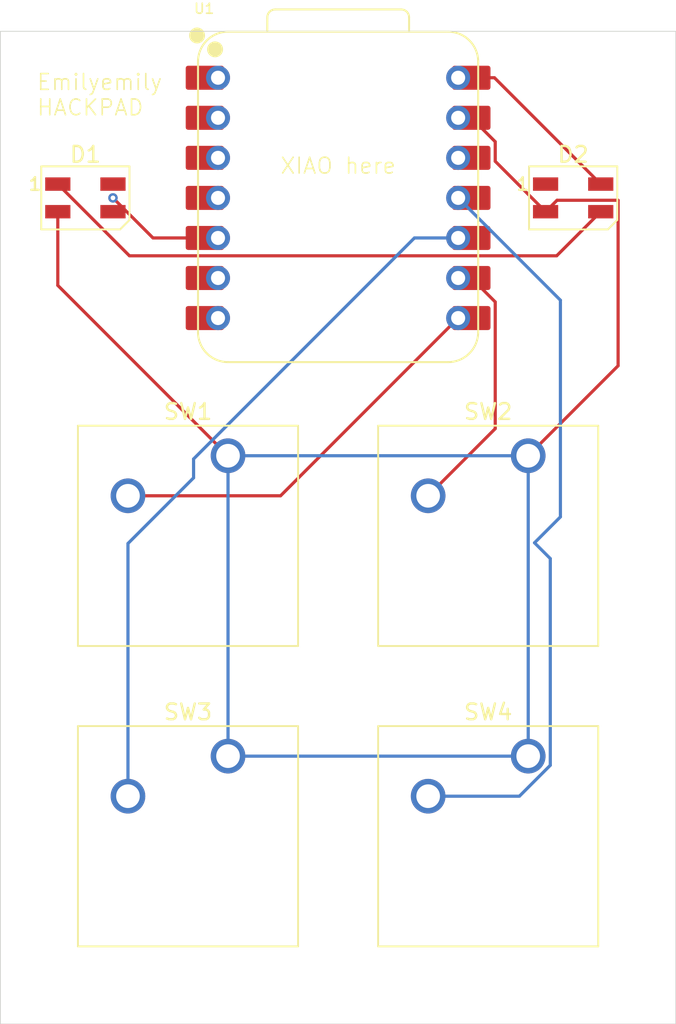
<source format=kicad_pcb>
(kicad_pcb (version 20241229) (generator "pcbnew") (generator_version "9.0")
  (layers (0 "F.Cu" signal) (2 "B.Cu" signal) (13 "F.Paste" user) (15 "B.Paste" user) (5 "F.SilkS" user "F.Silkscreen") (7 "B.SilkS" user "B.Silkscreen") (1 "F.Mask" user) (3 "B.Mask" user) (25 "Edge.Cuts" user))
  (net 0 "")
  (net 2 "Net-(D1-VSS)")
  (net 3 "GND")
  (net 4 "Net-(D1-VDD)")
  (net 6 "+5V")
  (net 7 "Net-(U1-GPIO1{slash}RX)")
  (net 8 "Net-(U1-GPIO2{slash}SCK)")
  (net 9 "Net-(U1-GPIO4{slash}MISO)")
  (net 10 "Net-(U1-GPIO3{slash}MOSI)")
  (footprint "LED_SMD:LED_SK6812MINI_PLCC4_3.5x3.5mm_P1.75mm" (layer "F.Cu") (at 117.3125 40.48125)
    (property "Reference" "D2" (at 0 -2.75 0) (layer "F.SilkS"))
    (property "Value" "SK6812")
    (fp_line (start -2.8 -2) (end -2.8 2) (stroke (width 0.12)) (layer "F.SilkS"))
    (fp_line (start -2.8 -2) (end 2.8 -2) (stroke (width 0.12)) (layer "F.SilkS"))
    (fp_line (start -2.8 2) (end 2.2 2) (stroke (width 0.12)) (layer "F.SilkS"))
    (fp_line (start 2.8 1.4) (end 2.2 2) (stroke (width 0.12)) (layer "F.SilkS"))
    (fp_line (start 2.8 1.4) (end 2.8 -2) (stroke (width 0.12)) (layer "F.SilkS"))
    (fp_text user "1" (at -3.2 -0.875 0) (layer "F.SilkS") (effects (font (size 0.8 0.8))))
    (pad "1" smd rect (at -1.75 -0.875) (size 1.6 0.85) (layers "F.Cu" "F.Mask" "F.Paste"))
    (pad "2" smd rect (at -1.75 0.875) (size 1.6 0.85) (layers "F.Cu" "F.Mask" "F.Paste") (net 3 "GND"))
    (pad "3" smd rect (at 1.75 0.875) (size 1.6 0.85) (layers "F.Cu" "F.Mask" "F.Paste") (net 2 "Net-(D1-VSS)"))
    (pad "4" smd rect (at 1.75 -0.875) (size 1.6 0.85) (layers "F.Cu" "F.Mask" "F.Paste") (net 6 "+5V"))
  )
  (footprint "LED_SMD:LED_SK6812MINI_PLCC4_3.5x3.5mm_P1.75mm" (layer "F.Cu") (at 86.35625 40.48125)
    (property "Reference" "D1" (at 0 -2.75 0) (layer "F.SilkS"))
    (property "Value" "SK6812")
    (fp_line (start -2.8 -2) (end -2.8 2) (stroke (width 0.12)) (layer "F.SilkS"))
    (fp_line (start -2.8 -2) (end 2.8 -2) (stroke (width 0.12)) (layer "F.SilkS"))
    (fp_line (start -2.8 2) (end 2.2 2) (stroke (width 0.12)) (layer "F.SilkS"))
    (fp_line (start 2.8 1.4) (end 2.2 2) (stroke (width 0.12)) (layer "F.SilkS"))
    (fp_line (start 2.8 1.4) (end 2.8 -2) (stroke (width 0.12)) (layer "F.SilkS"))
    (fp_text user "1" (at -3.2 -0.875 0) (layer "F.SilkS") (effects (font (size 0.8 0.8))))
    (pad "1" smd rect (at -1.75 -0.875) (size 1.6 0.85) (layers "F.Cu" "F.Mask" "F.Paste") (net 2 "Net-(D1-VSS)"))
    (pad "2" smd rect (at -1.75 0.875) (size 1.6 0.85) (layers "F.Cu" "F.Mask" "F.Paste") (net 3 "GND"))
    (pad "3" smd rect (at 1.75 0.875) (size 1.6 0.85) (layers "F.Cu" "F.Mask" "F.Paste") (net 4 "Net-(D1-VDD)"))
    (pad "4" smd rect (at 1.75 -0.875) (size 1.6 0.85) (layers "F.Cu" "F.Mask" "F.Paste"))
  )
  (footprint "Seeed Studio XIAO Series Library:XIAO-RP2040-DIP" (layer "F.Cu") (at 102.39375 40.48125)
    (property "Reference" "U1" (at -8.5 -12 0) (layer "F.SilkS") (effects (font (size 0.635 0.635) (thickness 0.1016))))
    (property "Value" "XIAO-RP2040-DIP")
    (fp_line (start -8.89 8.509) (end -8.89 -8.636) (stroke (width 0.127)) (layer "F.SilkS"))
    (fp_line (start -6.985 10.414) (end 6.985 10.414) (stroke (width 0.127)) (layer "F.SilkS"))
    (fp_line (start -4.495 -10.541) (end -4.491272 -11.451272) (stroke (width 0.127)) (layer "F.SilkS"))
    (fp_line (start -3.991272 -11.951) (end 4.004 -11.951) (stroke (width 0.127)) (layer "F.SilkS"))
    (fp_line (start 4.504 -11.451) (end 4.504 -10.541) (stroke (width 0.127)) (layer "F.SilkS"))
    (fp_line (start 6.985 -10.541) (end -6.985 -10.541) (stroke (width 0.1)) (layer "F.SilkS"))
    (fp_line (start 6.985 -10.541) (end -6.985 -10.541) (stroke (width 0.127)) (layer "F.SilkS"))
    (fp_line (start 8.89 8.509) (end 8.89 -8.636) (stroke (width 0.127)) (layer "F.SilkS"))
    (fp_arc (start -8.89 -8.636) (mid -8.332038 -9.983038) (end -6.985 -10.541) (stroke (width 0.127)) (layer "F.SilkS"))
    (fp_arc (start -6.985 10.414) (mid -8.332038 9.856038) (end -8.89 8.509) (stroke (width 0.127)) (layer "F.SilkS"))
    (fp_arc (start -4.491272 -11.451272) (mid -4.344728 -11.80464) (end -3.991272 -11.951) (stroke (width 0.127)) (layer "F.SilkS"))
    (fp_arc (start 4.004 -11.951) (mid 4.357553 -11.804553) (end 4.504 -11.451) (stroke (width 0.127)) (layer "F.SilkS"))
    (fp_arc (start 6.985 -10.541) (mid 8.332038 -9.983038) (end 8.89 -8.636) (stroke (width 0.127)) (layer "F.SilkS"))
    (fp_arc (start 8.89 8.509) (mid 8.332038 9.856038) (end 6.985 10.414) (stroke (width 0.127)) (layer "F.SilkS"))
    (fp_circle (center -8.95 -10.3) (end -8.95 -10.554) (stroke (width 0.5)) (fill yes) (layer "F.SilkS"))
    (fp_circle (center -7.807 -9.42) (end -7.807 -9.674) (stroke (width 0.5)) (fill yes) (layer "F.SilkS"))
    (pad "1" smd roundrect (at -8.455 -7.62 180) (size 2.432 1.524) (layers "F.Cu" "F.Mask") (roundrect_rratio 0.1))
    (pad "1" thru_hole circle (at -7.62 -7.62 180) (size 1.524 1.524) (drill 0.889) (layers "*.Cu" "*.Mask"))
    (pad "2" smd roundrect (at -8.455 -5.08 180) (size 2.432 1.524) (layers "F.Cu" "F.Mask") (roundrect_rratio 0.1))
    (pad "2" thru_hole circle (at -7.62 -5.08 180) (size 1.524 1.524) (drill 0.889) (layers "*.Cu" "*.Mask"))
    (pad "3" smd roundrect (at -8.455 -2.54 180) (size 2.432 1.524) (layers "F.Cu" "F.Mask") (roundrect_rratio 0.1))
    (pad "3" thru_hole circle (at -7.62 -2.54 180) (size 1.524 1.524) (drill 0.889) (layers "*.Cu" "*.Mask"))
    (pad "4" smd roundrect (at -8.455 0 180) (size 2.432 1.524) (layers "F.Cu" "F.Mask") (roundrect_rratio 0.1))
    (pad "4" thru_hole circle (at -7.62 0 180) (size 1.524 1.524) (drill 0.889) (layers "*.Cu" "*.Mask"))
    (pad "5" smd roundrect (at -8.455 2.54 180) (size 2.432 1.524) (layers "F.Cu" "F.Mask") (roundrect_rratio 0.1) (net 4 "Net-(D1-VDD)"))
    (pad "5" thru_hole circle (at -7.62 2.54 180) (size 1.524 1.524) (drill 0.889) (layers "*.Cu" "*.Mask") (net 4 "Net-(D1-VDD)"))
    (pad "6" smd roundrect (at -8.455 5.08 180) (size 2.432 1.524) (layers "F.Cu" "F.Mask") (roundrect_rratio 0.1))
    (pad "6" thru_hole circle (at -7.62 5.08 180) (size 1.524 1.524) (drill 0.889) (layers "*.Cu" "*.Mask"))
    (pad "7" smd roundrect (at -8.455 7.62 180) (size 2.432 1.524) (layers "F.Cu" "F.Mask") (roundrect_rratio 0.1))
    (pad "7" thru_hole circle (at -7.62 7.62 180) (size 1.524 1.524) (drill 0.889) (layers "*.Cu" "*.Mask"))
    (pad "8" thru_hole circle (at 7.62 7.62) (size 1.524 1.524) (drill 0.889) (layers "*.Cu" "*.Mask") (net 7 "Net-(U1-GPIO1{slash}RX)"))
    (pad "8" smd roundrect (at 8.455 7.62) (size 2.432 1.524) (layers "F.Cu" "F.Mask") (roundrect_rratio 0.1) (net 7 "Net-(U1-GPIO1{slash}RX)"))
    (pad "9" thru_hole circle (at 7.62 5.08) (size 1.524 1.524) (drill 0.889) (layers "*.Cu" "*.Mask") (net 8 "Net-(U1-GPIO2{slash}SCK)"))
    (pad "9" smd roundrect (at 8.455 5.08) (size 2.432 1.524) (layers "F.Cu" "F.Mask") (roundrect_rratio 0.1) (net 8 "Net-(U1-GPIO2{slash}SCK)"))
    (pad "10" thru_hole circle (at 7.62 2.54) (size 1.524 1.524) (drill 0.889) (layers "*.Cu" "*.Mask") (net 9 "Net-(U1-GPIO4{slash}MISO)"))
    (pad "10" smd roundrect (at 8.455 2.54) (size 2.432 1.524) (layers "F.Cu" "F.Mask") (roundrect_rratio 0.1) (net 9 "Net-(U1-GPIO4{slash}MISO)"))
    (pad "11" thru_hole circle (at 7.62 0) (size 1.524 1.524) (drill 0.889) (layers "*.Cu" "*.Mask") (net 10 "Net-(U1-GPIO3{slash}MOSI)"))
    (pad "11" smd roundrect (at 8.455 0) (size 2.432 1.524) (layers "F.Cu" "F.Mask") (roundrect_rratio 0.1) (net 10 "Net-(U1-GPIO3{slash}MOSI)"))
    (pad "12" thru_hole circle (at 7.62 -2.54) (size 1.524 1.524) (drill 0.889) (layers "*.Cu" "*.Mask"))
    (pad "12" smd roundrect (at 8.455 -2.54) (size 2.432 1.524) (layers "F.Cu" "F.Mask") (roundrect_rratio 0.1))
    (pad "13" thru_hole circle (at 7.62 -5.08) (size 1.524 1.524) (drill 0.889) (layers "*.Cu" "*.Mask") (net 3 "GND"))
    (pad "13" smd roundrect (at 8.455 -5.08) (size 2.432 1.524) (layers "F.Cu" "F.Mask") (roundrect_rratio 0.1) (net 3 "GND"))
    (pad "14" thru_hole circle (at 7.62 -7.62) (size 1.524 1.524) (drill 0.889) (layers "*.Cu" "*.Mask") (net 6 "+5V"))
    (pad "14" smd roundrect (at 8.455 -7.62) (size 2.432 1.524) (layers "F.Cu" "F.Mask") (roundrect_rratio 0.1) (net 6 "+5V"))
  )
  (footprint "Button_Switch_Keyboard:SW_Cherry_MX_1.00u_PCB" (layer "F.Cu") (at 95.40875 56.8325)
    (property "Reference" "SW1" (at -2.54 -2.794 0) (layer "F.SilkS"))
    (property "Value" "SW_Push")
    (fp_line (start -9.525 -1.905) (end 4.445 -1.905) (stroke (width 0.12)) (layer "F.SilkS"))
    (fp_line (start -9.525 12.065) (end -9.525 -1.905) (stroke (width 0.12)) (layer "F.SilkS"))
    (fp_line (start 4.445 -1.905) (end 4.445 12.065) (stroke (width 0.12)) (layer "F.SilkS"))
    (fp_line (start 4.445 12.065) (end -9.525 12.065) (stroke (width 0.12)) (layer "F.SilkS"))
    (pad "" np_thru_hole circle (at -7.62 5.08) (size 1.7 1.7) (drill 1.7) (layers "*.Cu" "*.Mask"))
    (pad "" np_thru_hole circle (at -2.54 5.08) (size 4 4) (drill 4) (layers "*.Cu" "*.Mask"))
    (pad "" np_thru_hole circle (at 2.54 5.08) (size 1.7 1.7) (drill 1.7) (layers "*.Cu" "*.Mask"))
    (pad "1" thru_hole circle (at 0 0) (size 2.2 2.2) (drill 1.5) (layers "*.Cu" "*.Mask") (net 3 "GND"))
    (pad "2" thru_hole circle (at -6.35 2.54) (size 2.2 2.2) (drill 1.5) (layers "*.Cu" "*.Mask") (net 7 "Net-(U1-GPIO1{slash}RX)"))
  )
  (footprint "Button_Switch_Keyboard:SW_Cherry_MX_1.00u_PCB" (layer "F.Cu") (at 114.45875 56.8325)
    (property "Reference" "SW2" (at -2.54 -2.794 0) (layer "F.SilkS"))
    (property "Value" "SW_Push")
    (fp_line (start -9.525 -1.905) (end 4.445 -1.905) (stroke (width 0.12)) (layer "F.SilkS"))
    (fp_line (start -9.525 12.065) (end -9.525 -1.905) (stroke (width 0.12)) (layer "F.SilkS"))
    (fp_line (start 4.445 -1.905) (end 4.445 12.065) (stroke (width 0.12)) (layer "F.SilkS"))
    (fp_line (start 4.445 12.065) (end -9.525 12.065) (stroke (width 0.12)) (layer "F.SilkS"))
    (pad "" np_thru_hole circle (at -7.62 5.08) (size 1.7 1.7) (drill 1.7) (layers "*.Cu" "*.Mask"))
    (pad "" np_thru_hole circle (at -2.54 5.08) (size 4 4) (drill 4) (layers "*.Cu" "*.Mask"))
    (pad "" np_thru_hole circle (at 2.54 5.08) (size 1.7 1.7) (drill 1.7) (layers "*.Cu" "*.Mask"))
    (pad "1" thru_hole circle (at 0 0) (size 2.2 2.2) (drill 1.5) (layers "*.Cu" "*.Mask") (net 3 "GND"))
    (pad "2" thru_hole circle (at -6.35 2.54) (size 2.2 2.2) (drill 1.5) (layers "*.Cu" "*.Mask") (net 8 "Net-(U1-GPIO2{slash}SCK)"))
  )
  (footprint "Button_Switch_Keyboard:SW_Cherry_MX_1.00u_PCB" (layer "F.Cu") (at 95.40875 75.8825)
    (property "Reference" "SW3" (at -2.54 -2.794 0) (layer "F.SilkS"))
    (property "Value" "SW_Push")
    (fp_line (start -9.525 -1.905) (end 4.445 -1.905) (stroke (width 0.12)) (layer "F.SilkS"))
    (fp_line (start -9.525 12.065) (end -9.525 -1.905) (stroke (width 0.12)) (layer "F.SilkS"))
    (fp_line (start 4.445 -1.905) (end 4.445 12.065) (stroke (width 0.12)) (layer "F.SilkS"))
    (fp_line (start 4.445 12.065) (end -9.525 12.065) (stroke (width 0.12)) (layer "F.SilkS"))
    (pad "" np_thru_hole circle (at -7.62 5.08) (size 1.7 1.7) (drill 1.7) (layers "*.Cu" "*.Mask"))
    (pad "" np_thru_hole circle (at -2.54 5.08) (size 4 4) (drill 4) (layers "*.Cu" "*.Mask"))
    (pad "" np_thru_hole circle (at 2.54 5.08) (size 1.7 1.7) (drill 1.7) (layers "*.Cu" "*.Mask"))
    (pad "1" thru_hole circle (at 0 0) (size 2.2 2.2) (drill 1.5) (layers "*.Cu" "*.Mask") (net 3 "GND"))
    (pad "2" thru_hole circle (at -6.35 2.54) (size 2.2 2.2) (drill 1.5) (layers "*.Cu" "*.Mask") (net 9 "Net-(U1-GPIO4{slash}MISO)"))
  )
  (footprint "Button_Switch_Keyboard:SW_Cherry_MX_1.00u_PCB" (layer "F.Cu") (at 114.45875 75.8825)
    (property "Reference" "SW4" (at -2.54 -2.794 0) (layer "F.SilkS"))
    (property "Value" "SW_Push")
    (fp_line (start -9.525 -1.905) (end 4.445 -1.905) (stroke (width 0.12)) (layer "F.SilkS"))
    (fp_line (start -9.525 12.065) (end -9.525 -1.905) (stroke (width 0.12)) (layer "F.SilkS"))
    (fp_line (start 4.445 -1.905) (end 4.445 12.065) (stroke (width 0.12)) (layer "F.SilkS"))
    (fp_line (start 4.445 12.065) (end -9.525 12.065) (stroke (width 0.12)) (layer "F.SilkS"))
    (pad "" np_thru_hole circle (at -7.62 5.08) (size 1.7 1.7) (drill 1.7) (layers "*.Cu" "*.Mask"))
    (pad "" np_thru_hole circle (at -2.54 5.08) (size 4 4) (drill 4) (layers "*.Cu" "*.Mask"))
    (pad "" np_thru_hole circle (at 2.54 5.08) (size 1.7 1.7) (drill 1.7) (layers "*.Cu" "*.Mask"))
    (pad "1" thru_hole circle (at 0 0) (size 2.2 2.2) (drill 1.5) (layers "*.Cu" "*.Mask") (net 3 "GND"))
    (pad "2" thru_hole circle (at -6.35 2.54) (size 2.2 2.2) (drill 1.5) (layers "*.Cu" "*.Mask") (net 10 "Net-(U1-GPIO3{slash}MOSI)"))
  )
  (gr_rect (start 80.9625 29.917921) (end 123.825 92.86875) (stroke (width 0.05)) (fill no) (layer "Edge.Cuts"))
  (gr_text "XIAO here" (at 98.66533 39.03025 0) (layer "F.SilkS") (effects (font (size 1 1) (thickness 0.1)) (justify left bottom)))
  (gr_text "Emilyemily\nHACKPAD" (at 83.218347 35.334346 0) (layer "F.SilkS") (effects (font (size 1 1) (thickness 0.1)) (justify left bottom)))
  (segment (start 89.153874 44.153874) (end 84.60625 39.60625) (width 0.2) (layer "F.Cu") (net 2))
  (segment (start 119.0625 41.35625) (end 116.264876 44.153874) (width 0.2) (layer "F.Cu") (net 2))
  (segment (start 116.264876 44.153874) (end 89.153874 44.153874) (width 0.2) (layer "F.Cu") (net 2))
  (segment (start 112.36575 38.1595) (end 112.36575 36.91825) (width 0.2) (layer "F.Cu") (net 3))
  (segment (start 120.1635 40.63025) (end 120.1635 51.12775) (width 0.2) (layer "F.Cu") (net 3))
  (segment (start 115.5625 41.35625) (end 116.2885 40.63025) (width 0.2) (layer "F.Cu") (net 3))
  (segment (start 112.36575 36.91825) (end 110.84875 35.40125) (width 0.2) (layer "F.Cu") (net 3))
  (segment (start 84.60625 46.03) (end 95.40875 56.8325) (width 0.2) (layer "F.Cu") (net 3))
  (segment (start 115.5625 41.35625) (end 112.36575 38.1595) (width 0.2) (layer "F.Cu") (net 3))
  (segment (start 84.60625 46.03) (end 84.60625 41.35625) (width 0.2) (layer "F.Cu") (net 3))
  (segment (start 120.1635 51.12775) (end 114.45875 56.8325) (width 0.2) (layer "F.Cu") (net 3))
  (segment (start 116.2885 40.63025) (end 120.1635 40.63025) (width 0.2) (layer "F.Cu") (net 3))
  (segment (start 110.84875 35.40125) (end 110.01375 35.40125) (width 0.2) (layer "F.Cu") (net 3))
  (segment (start 114.45875 56.8325) (end 95.40875 56.8325) (width 0.2) (layer "B.Cu") (net 3))
  (segment (start 95.40875 56.8325) (end 95.40875 75.8825) (width 0.2) (layer "B.Cu") (net 3))
  (segment (start 114.45875 75.8825) (end 95.40875 75.8825) (width 0.2) (layer "B.Cu") (net 3))
  (segment (start 114.45875 56.8325) (end 114.45875 75.8825) (width 0.2) (layer "B.Cu") (net 3))
  (segment (start 90.64625 43.02125) (end 88.10625 40.48125) (width 0.2) (layer "F.Cu") (net 4))
  (segment (start 94.77375 43.02125) (end 90.64625 43.02125) (width 0.2) (layer "F.Cu") (net 4))
  (via (at 88.10625 40.48125) (size 0.6) (drill 0.3) (layers "F.Cu" "B.Cu") (net 4))
  (segment (start 119.0625 39.60625) (end 112.3175 32.86125) (width 0.2) (layer "F.Cu") (net 6))
  (segment (start 112.3175 32.86125) (end 110.01375 32.86125) (width 0.2) (layer "F.Cu") (net 6))
  (segment (start 98.7425 59.3725) (end 89.05875 59.3725) (width 0.2) (layer "F.Cu") (net 7))
  (segment (start 110.01375 48.10125) (end 98.7425 59.3725) (width 0.2) (layer "F.Cu") (net 7))
  (segment (start 108.10875 59.3725) (end 112.36575 55.1155) (width 0.2) (layer "F.Cu") (net 8))
  (segment (start 110.84875 45.56125) (end 110.01375 45.56125) (width 0.2) (layer "F.Cu") (net 8))
  (segment (start 112.36575 47.07825) (end 110.84875 45.56125) (width 0.2) (layer "F.Cu") (net 8))
  (segment (start 112.36575 55.1155) (end 112.36575 47.07825) (width 0.2) (layer "F.Cu") (net 8))
  (segment (start 89.05875 78.4225) (end 89.05875 62.397684) (width 0.2) (layer "B.Cu") (net 9))
  (segment (start 93.222934 57.037002) (end 107.238686 43.02125) (width 0.2) (layer "B.Cu") (net 9))
  (segment (start 93.222934 58.2335) (end 93.222934 57.037002) (width 0.2) (layer "B.Cu") (net 9))
  (segment (start 107.238686 43.02125) (end 110.01375 43.02125) (width 0.2) (layer "B.Cu") (net 9))
  (segment (start 89.05875 62.397684) (end 93.222934 58.2335) (width 0.2) (layer "B.Cu") (net 9))
  (segment (start 116.50128 60.7115) (end 114.85975 62.35303) (width 0.2) (layer "B.Cu") (net 10))
  (segment (start 115.85975 76.462814) (end 113.900064 78.4225) (width 0.2) (layer "B.Cu") (net 10))
  (segment (start 110.01375 40.48125) (end 116.50128 46.96878) (width 0.2) (layer "B.Cu") (net 10))
  (segment (start 116.50128 46.96878) (end 116.50128 60.7115) (width 0.2) (layer "B.Cu") (net 10))
  (segment (start 115.85975 63.35303) (end 115.85975 76.462814) (width 0.2) (layer "B.Cu") (net 10))
  (segment (start 113.900064 78.4225) (end 108.10875 78.4225) (width 0.2) (layer "B.Cu") (net 10))
  (segment (start 114.85975 62.35303) (end 115.85975 63.35303) (width 0.2) (layer "B.Cu") (net 10))
)
</source>
